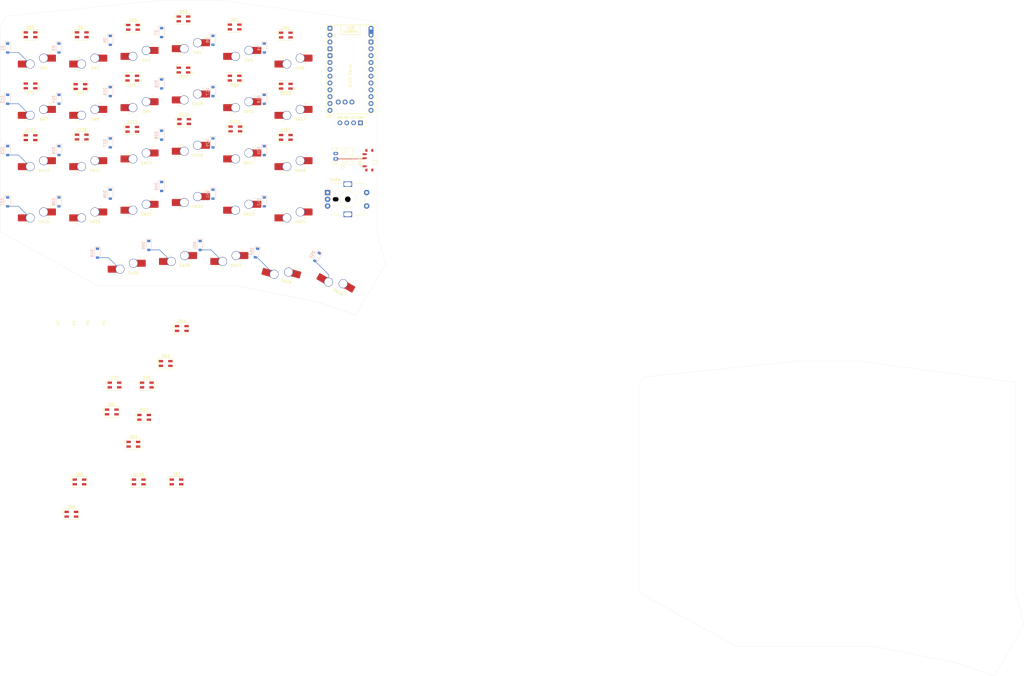
<source format=kicad_pcb>
(kicad_pcb (version 20241229) (generator "pcbnew") (generator_version "9.0")
  (layers (0 "F.Cu" signal) (2 "B.Cu" signal) (13 "F.Paste" user) (15 "B.Paste" user) (5 "F.SilkS" user "F.Silkscreen") (7 "B.SilkS" user "B.Silkscreen") (1 "F.Mask" user) (3 "B.Mask" user) (25 "Edge.Cuts" user))
  (net 0 "")
  (net 1 "Net-(D1-A)")
  (net 2 "Net-(D3-A)")
  (net 3 "Net-(D5-A)")
  (net 4 "Net-(D7-A)")
  (net 5 "Net-(D8-A)")
  (net 6 "Net-(D9-A)")
  (net 7 "Net-(D13-A)")
  (net 8 "Net-(D14-A)")
  (net 9 "Net-(D15-A)")
  (net 10 "Net-(D16-A)")
  (net 11 "Net-(D17-A)")
  (net 12 "Net-(D18-A)")
  (net 13 "Net-(D25-A)")
  (net 14 "Net-(D26-A)")
  (net 15 "Net-(D27-A)")
  (net 16 "Net-(D28-A)")
  (net 17 "Net-(D29-A)")
  (net 18 "Net-(D30-A)")
  (net 19 "Net-(D37-A)")
  (net 20 "Net-(D38-A)")
  (net 21 "Net-(D39-A)")
  (net 22 "Net-(D40-A)")
  (net 23 "Net-(D41-A)")
  (net 24 "Net-(D42-A)")
  (net 25 "Net-(D49-A)")
  (net 26 "Net-(D50-A)")
  (net 27 "Net-(D51-A)")
  (net 28 "Net-(D52-A)")
  (net 29 "Net-(D53-A)")
  (net 30 "COL1")
  (net 31 "COL2")
  (net 32 "COL6")
  (net 33 "COL3")
  (net 34 "COL4")
  (net 35 "COL5")
  (net 36 "ROW1")
  (net 37 "ROW2")
  (net 38 "ROW3")
  (net 39 "ROW4")
  (net 40 "ROW5")
  (net 41 "LED_DAT")
  (net 42 "Net-(D100-VDD)")
  (net 43 "Net-(D54-DOUT)")
  (net 44 "GND")
  (net 45 "Net-(D61-DOUT)")
  (net 46 "Net-(D63-DOUT)")
  (net 47 "Net-(D65-DOUT)")
  (net 48 "Net-(D67-DOUT)")
  (net 49 "Net-(D69-DOUT)")
  (net 50 "Net-(D71-DOUT)")
  (net 51 "Net-(D73-DOUT)")
  (net 52 "Net-(D75-DOUT)")
  (net 53 "Net-(D77-DOUT)")
  (net 54 "Net-(D79-DIN)")
  (net 56 "Net-(D81-DIN)")
  (net 57 "Net-(D83-DIN)")
  (net 58 "Net-(D85-DIN)")
  (net 59 "Net-(D87-DIN)")
  (net 60 "Net-(D89-DIN)")
  (net 61 "Net-(D91-DIN)")
  (net 62 "Net-(D93-DIN)")
  (net 63 "Net-(D95-DIN)")
  (net 64 "Net-(D100-DOUT)")
  (net 65 "Net-(D103-DIN)")
  (net 66 "Net-(D100-DIN)")
  (net 67 "Net-(D103-DOUT)")
  (net 68 "Net-(D104-DIN)")
  (net 69 "Net-(D107-DOUT)")
  (net 70 "Net-(D108-DIN)")
  (net 71 "Net-(D111-DOUT)")
  (net 72 "Net-(D112-DIN)")
  (net 73 "+3.3V")
  (net 74 "SCL")
  (net 75 "SDA")
  (net 76 "Net-(J3-Pin_1)")
  (net 77 "R_E_S")
  (net 78 "R_E_2")
  (net 79 "R_E_1")
  (net 81 "VBAT")
  (net 87 "LED_PWR")
  (footprint "marbastlib-choc:SW_choc_v1_HS_CPG135001S30_1u" (layer "F.Cu") (at 76.2 98.1075)
    (property "Reference" "SW21")
    (property "Value" "SW_Push")
  )
  (footprint "LED_SMD:LED_SK6812MINI_PLCC4_3.5x3.5mm_P1.75mm" (layer "F.Cu") (at 114 36)
    (property "Reference" "D61")
    (property "Value" "SK6812MINI")
  )
  (footprint "LED_SMD:LED_SK6812MINI_PLCC4_3.5x3.5mm_P1.75mm" (layer "F.Cu") (at 133 58 180)
    (property "Reference" "D103")
    (property "Value" "SK6812MINI")
  )
  (footprint "marbastlib-xp-promicroish:SuperMini_nRF52840_AH_USBup" (layer "F.Cu") (at 157 53)
    (property "Reference" "U3")
    (property "Value" "SuperMini nRF52840")
  )
  (footprint "marbastlib-choc:SW_choc_v1_HS_CPG135001S30_1u" (layer "F.Cu") (at 38.1 62.865)
    (property "Reference" "SW7")
    (property "Value" "SW_Push")
  )
  (footprint "LED_SMD:LED_SK6812MINI_PLCC4_3.5x3.5mm_P1.75mm" (layer "F.Cu") (at 114.25 73.875)
    (property "Reference" "D111")
    (property "Value" "SK6812MINI")
  )
  (footprint "marbastlib-choc:SW_choc_v1_HS_CPG135001S30_1u" (layer "F.Cu") (at 57.15 81.915)
    (property "Reference" "SW14")
    (property "Value" "SW_Push")
  )
  (footprint "marbastlib-choc:SW_choc_v1_HS_CPG135001S30_1u" (layer "F.Cu") (at 95.25 95.25)
    (property "Reference" "SW22")
    (property "Value" "SW_Push")
  )
  (footprint "LED_SMD:LED_SK6812MINI_PLCC4_3.5x3.5mm_P1.75mm" (layer "F.Cu") (at 133 39)
    (property "Reference" "D54")
    (property "Value" "SK6812MINI")
  )
  (footprint "Connector_JST:JST_PH_S2B-PH-K_1x02_P2.00mm_Horizontal" (layer "F.Cu") (at 151.55 85 90)
    (property "Reference" "J3")
    (property "Value" "JST_PH")
  )
  (footprint "marbastlib-choc:SW_choc_v1_HS_CPG135001S30_1u" (layer "F.Cu") (at 95.25 38.1)
    (property "Reference" "SW4")
    (property "Value" "SW_Push")
  )
  (footprint "marbastlib-choc:SW_choc_v1_HS_CPG135001S30_1u" (layer "F.Cu") (at 57.15 62.865)
    (property "Reference" "SW8")
    (property "Value" "SW_Push")
  )
  (footprint "marbastlib-choc:SW_choc_v1_HS_CPG135001S30_1u" (layer "F.Cu") (at 114.3 40.9575)
    (property "Reference" "SW5")
    (property "Value" "SW_Push")
  )
  (footprint "LED_SMD:LED_SK6812MINI_PLCC4_3.5x3.5mm_P1.75mm" (layer "F.Cu") (at 81.4 169)
    (property "Reference" "D95")
    (property "Value" "SK6812MINI")
  )
  (footprint "marbastlib-choc:SW_choc_v1_HS_CPG135001S30_1u" (layer "F.Cu") (at 71.4375 120.015)
    (property "Reference" "SW25")
    (property "Value" "SW_Push")
  )
  (footprint "marbastlib-choc:SW_choc_v1_HS_CPG135001S30_1u" (layer "F.Cu") (at 133.35 100.965)
    (property "Reference" "SW24")
    (property "Value" "SW_Push")
  )
  (footprint "Button_Switch_SMD:SW_SPDT_PCM12" (layer "F.Cu") (at 163.67 85.5 90)
    (property "Reference" "SW61")
    (property "Value" "SW_SPDT")
  )
  (footprint "LED_SMD:LED_SK6812MINI_PLCC4_3.5x3.5mm_P1.75mm" (layer "F.Cu") (at 80.4 181)
    (property "Reference" "D97")
    (property "Value" "SK6812MINI")
  )
  (footprint "marbastlib-choc:SW_choc_v1_HS_CPG135001S30_1u" (layer "F.Cu") (at 114.3 79.0575)
    (property "Reference" "SW17")
    (property "Value" "SW_Push")
  )
  (footprint "marbastlib-choc:SW_choc_v1_HS_CPG135001S30_1u" (layer "F.Cu") (at 130.178215 122.118717 -15)
    (property "Reference" "SW28")
    (property "Value" "SW_Push")
  )
  (footprint "marbastlib-choc:SW_choc_v1_HS_CPG135001S30_1u" (layer "F.Cu") (at 38.1 81.915)
    (property "Reference" "SW13")
    (property "Value" "SW_Push")
  )
  (footprint "LED_SMD:LED_SK6812MINI_PLCC4_3.5x3.5mm_P1.75mm" (layer "F.Cu") (at 53.4 217)
    (property "Reference" "D89")
    (property "Value" "SK6812MINI")
  )
  (footprint "LED_SMD:LED_SK6812MINI_PLCC4_3.5x3.5mm_P1.75mm" (layer "F.Cu") (at 94.4 148)
    (property "Reference" "D91")
    (property "Value" "SK6812MINI")
  )
  (footprint "MountingHole:MountingHole_2.1mm" (layer "F.Cu") (at 62.4 146 -90)
    (property "Reference" "H1")
    (property "Value" "MountingHole")
  )
  (footprint "marbastlib-choc:SW_choc_v1_HS_CPG135001S30_1u" (layer "F.Cu") (at 95.25 57.15)
    (property "Reference" "SW10")
    (property "Value" "SW_Push")
  )
  (footprint "OLED-SSD1306:SSD1306-0.91-OLED-4pin-128x32" (layer "F.Cu") (at 162.885 35.115 -90)
    (property "Reference" "J1")
    (property "Value" "Conn_01x04_Pin")
  )
  (footprint "LED_SMD:LED_SK6812MINI_PLCC4_3.5x3.5mm_P1.75mm" (layer "F.Cu") (at 38.25 38.875)
    (property "Reference" "D69")
    (property "Value" "SK6812MINI")
  )
  (footprint "LED_SMD:LED_SK6812MINI_PLCC4_3.5x3.5mm_P1.75mm" (layer "F.Cu") (at 95 33)
    (property "Reference" "D63")
    (property "Value" "SK6812MINI")
  )
  (footprint "MountingHole:MountingHole_2.1mm" (layer "F.Cu") (at 56.4 146 -90)
    (property "Reference" "H3")
    (property "Value" "MountingHole")
  )
  (footprint "LED_SMD:LED_SK6812MINI_PLCC4_3.5x3.5mm_P1.75mm" (layer "F.Cu") (at 56.75 58.125 180)
    (property "Reference" "D73")
    (property "Value" "SK6812MINI")
  )
  (footprint "LED_SMD:LED_SK6812MINI_PLCC4_3.5x3.5mm_P1.75mm" (layer "F.Cu") (at 95.25 71.125)
    (property "Reference" "D115")
    (property "Value" "SK6812MINI")
  )
  (footprint "Rotary_Encoder:RotaryEncoder_Alps_EC11E-Switch_Vertical_H20mm_MountingHoles" (layer "F.Cu") (at 148.5 97.5)
    (property "Reference" "SW59")
    (property "Value" "RotaryEncoder_Switch")
  )
  (footprint "marbastlib-choc:SW_choc_v1_HS_CPG135001S30_1u" (layer "F.Cu") (at 90.4875 117.1575)
    (property "Reference" "SW26")
    (property "Value" "SW_Push")
  )
  (footprint "marbastlib-choc:SW_choc_v1_HS_CPG135001S30_1u" (layer "F.Cu") (at 114.3 60.0075)
    (property "Reference" "SW11")
    (property "Value" "SW_Push")
  )
  (footprint "marbastlib-choc:SW_choc_v1_HS_CPG135001S30_1u" (layer "F.Cu") (at 109.5375 117.1575)
    (property "Reference" "SW27")
    (property "Value" "SW_Push")
  )
  (footprint "LED_SMD:LED_SK6812MINI_PLCC4_3.5x3.5mm_P1.75mm" (layer "F.Cu") (at 76.4 191)
    (property "Reference" "D83")
    (property "Value" "SK6812MINI")
  )
  (footprint "LED_SMD:LED_SK6812MINI_PLCC4_3.5x3.5mm_P1.75mm" (layer "F.Cu") (at 76 55 180)
    (property "Reference" "D75")
    (property "Value" "SK6812MINI")
  )
  (footprint "marbastlib-choc:SW_choc_v1_HS_CPG135001S30_1u" (layer "F.Cu") (at 133.35 62.865)
    (property "Reference" "SW12")
    (property "Value" "SW_Push")
  )
  (footprint "marbastlib-choc:SW_choc_v1_HS_CPG135001S30_1u" (layer "F.Cu") (at 114.3 98.1075)
    (property "Reference" "SW23")
    (property "Value" "SW_Push")
  )
  (footprint "LED_SMD:LED_SK6812MINI_PLCC4_3.5x3.5mm_P1.75mm" (layer "F.Cu") (at 76 74)
    (property "Reference" "D112")
    (property "Value" "SK6812MINI")
  )
  (footprint "LED_SMD:LED_SK6812MINI_PLCC4_3.5x3.5mm_P1.75mm" (layer "F.Cu") (at 57.25 38.875)
    (property "Reference" "D67")
    (property "Value" "SK6812MINI")
  )
  (footprint "marbastlib-choc:SW_choc_v1_HS_CPG135001S30_1u" (layer "F.Cu") (at 76.2 79.0575)
    (property "Reference" "SW15")
    (property "Value" "SW_Push")
  )
  (footprint "LED_SMD:LED_SK6812MINI_PLCC4_3.5x3.5mm_P1.75mm" (layer "F.Cu") (at 76.25 36.125)
    (property "Reference" "D65")
    (property "Value" "SK6812MINI")
  )
  (footprint "LED_SMD:LED_SK6812MINI_PLCC4_3.5x3.5mm_P1.75mm" (layer "F.Cu") (at 68.4 179)
    (property "Reference" "D81")
    (property "Value" "SK6812MINI")
  )
  (footprint "marbastlib-choc:SW_choc_v1_HS_CPG135001S30_1u" (layer "F.Cu") (at 95.25 76.2)
    (property "Reference" "SW16")
    (property "Value" "SW_Push")
  )
  (footprint "LED_SMD:LED_SK6812MINI_PLCC4_3.5x3.5mm_P1.75mm" (layer "F.Cu") (at 57.25 76.875)
    (property "Reference" "D108")
    (property "Value" "SK6812MINI")
  )
  (footprint "marbastlib-choc:SW_choc_v1_HS_CPG135001S30_1u" (layer "F.Cu") (at 151.822968 125.618258 -30)
    (property "Reference" "SW29")
    (property "Value" "SW_Push")
  )
  (footprint "LED_SMD:LED_SK6812MINI_PLCC4_3.5x3.5mm_P1.75mm" (layer "F.Cu") (at 78.4 205)
    (property "Reference" "D100")
    (property "Value" "SK6812MINI")
  )
  (footprint "LED_SMD:LED_SK6812MINI_PLCC4_3.5x3.5mm_P1.75mm" (layer "F.Cu") (at 38.25 77.125)
    (property "Reference" "D104")
    (property "Value" "SK6812MINI")
  )
  (footprint "marbastlib-choc:SW_choc_v1_HS_CPG135001S30_1u" (layer "F.Cu") (at 133.35 43.815)
    (property "Reference" "SW6")
    (property "Value" "SW_Push")
  )
  (footprint "LED_SMD:LED_SK6812MINI_PLCC4_3.5x3.5mm_P1.75mm" (layer "F.Cu") (at 88.4 161)
    (property "Reference" "D93")
    (property "Value" "SK6812MINI")
  )
  (footprint "marbastlib-choc:SW_choc_v1_HS_CPG135001S30_1u" (layer "F.Cu") (at 76.2 40.9575)
    (property "Reference" "SW3")
    (property "Value" "SW_Push")
  )
  (footprint "marbastlib-choc:SW_choc_v1_HS_CPG135001S30_1u" (layer "F.Cu") (at 38.1 100.965)
    (property "Reference" "SW19")
    (property "Value" "SW_Push")
  )
  (footprint "marbastlib-choc:SW_choc_v1_HS_CPG135001S30_1u" (layer "F.Cu") (at 57.15 100.965)
    (property "Reference" "SW20")
    (property "Value" "SW_Push")
  )
  (footprint "marbastlib-choc:SW_choc_v1_HS_CPG135001S30_1u" (layer "F.Cu") (at 76.2 60.0075)
    (property "Reference" "SW9")
    (property "Value" "SW_Push")
  )
  (footprint "MountingHole:MountingHole_2.1mm" (layer "F.Cu") (at 45.4 146 -90)
    (property "Reference" "H7")
    (property "Value" "MountingHole")
  )
  (footprint "marbastlib-choc:SW_choc_v1_HS_CPG135001S30_1u" (layer "F.Cu") (at 133.35 81.915)
    (property "Reference" "SW18")
    (property "Value" "SW_Push")
  )
  (footprint "LED_SMD:LED_SK6812MINI_PLCC4_3.5x3.5mm_P1.75mm" (layer "F.Cu") (at 114 55 180)
    (property "Reference" "D99")
    (property "Value" "SK6812MINI")
  )
  (footprint "LED_SMD:LED_SK6812MINI_PLCC4_3.5x3.5mm_P1.75mm" (layer "F.Cu") (at 95 52 180)
    (property "Reference" "D77")
    (property "Value" "SK6812MINI")
  )
  (footprint "LED_SMD:LED_SK6812MINI_PLCC4_3.5x3.5mm_P1.75mm" (layer "F.Cu") (at 56.4 205)
    (property "Reference" "D85")
    (property "Value" "SK6812MINI")
  )
  (footprint "LED_SMD:LED_SK6812MINI_PLCC4_3.5x3.5mm_P1.75mm" (layer "F.Cu") (at 38.25 57.875 180)
    (property "Reference" "D71")
    (property "Value" "SK6812MINI")
  )
  (footprint "LED_SMD:LED_SK6812MINI_PLCC4_3.5x3.5mm_P1.75mm" (layer "F.Cu") (at 69.4 169)
    (property "Reference" "D79")
    (property "Value" "SK6812MINI")
  )
  (footprint "LED_SMD:LED_SK6812MINI_PLCC4_3.5x3.5mm_P1.75mm" (layer "F.Cu") (at 92.4 205)
    (property "Reference" "D87")
    (property "Value" "SK6812MINI")
  )
  (footprint "marbastlib-choc:SW_choc_v1_HS_CPG135001S30_1u" (layer "F.Cu") (at 57.15 43.815)
    (property "Reference" "SW2")
    (property "Value" "SW_Push")
  )
  (footprint "marbastlib-choc:SW_choc_v1_HS_CPG135001S30_1u" (layer "F.Cu") (at 38.1 43.815)
    (property "Reference" "SW1")
    (property "Value" "SW_Push")
  )
  (footprint "MountingHole:MountingHole_2.1mm" (layer "F.Cu") (at 51.4 146 -90)
    (property "Reference" "H5")
    (property "Value" "MountingHole")
  )
  (footprint "LED_SMD:LED_SK6812MINI_PLCC4_3.5x3.5mm_P1.75mm" (layer "F.Cu") (at 133 77)
    (property "Reference" "D107")
    (property "Value" "SK6812MINI")
  )
  (footprint "Diode_SMD:D_SOD-123" (layer "B.Cu") (at 67.85 79.0575 -90)
    (property "Reference" "D27")
    (property "Value" "D")
  )
  (footprint "Diode_SMD:D_SOD-123" (layer "B.Cu") (at 86.9 38.1 -90)
    (property "Reference" "D7")
    (property "Value" "D")
  )
  (footprint "Diode_SMD:D_SOD-123" (layer "B.Cu") (at 82.1375 117.1575 -90)
    (property "Reference" "D50")
    (property "Value" "D")
  )
  (footprint "Diode_SMD:D_SOD-123" (layer "B.Cu") (at 29.75 81.915 -90)
    (property "Reference" "D25")
    (property "Value" "D")
  )
  (footprint "Diode_SMD:D_SOD-123" (layer "B.Cu") (at 63.0875 120.015 -90)
    (property "Reference" "D49")
    (property "Value" "D")
  )
  (footprint "Diode_SMD:D_SOD-123" (layer "B.Cu") (at 86.9 76.2 -90)
    (property "Reference" "D28")
    (property "Value" "D")
  )
  (footprint "Diode_SMD:D_SOD-123" (layer "B.Cu") (at 101.1875 117.1575 -90)
    (property "Reference" "D51")
    (property "Value" "D")
  )
  (footprint "Diode_SMD:D_SOD-123" (layer "B.Cu") (at 105.95 40.9575 -90)
    (property "Reference" "D8")
    (property "Value" "D")
  )
  (footprint "Diode_SMD:D_SOD-123" (layer "B.Cu") (at 86.9 57.15 -90)
    (property "Reference" "D16")
    (property "Value" "D")
  )
  (footprint "Diode_SMD:D_SOD-123" (layer "B.Cu") (at 105.95 60.0075 -90)
    (property "Reference" "D17")
    (property "Value" "D")
  )
  (footprint "Diode_SMD:D_SOD-123" (layer "B.Cu") (at 48.8 100.965 -90)
    (property "Reference" "D38")
    (property "Value" "D")
  )
  (footprint "Diode_SMD:D_SOD-123" (layer "B.Cu") (at 29.75 62.865 -90)
    (property "Reference" "D13")
    (property "Value" "D")
  )
  (footprint "Diode_SMD:D_SOD-123" (layer "B.Cu") (at 105.95 79.0575 -90)
    (property "Reference" "D29")
    (property "Value" "D")
  )
  (footprint "Diode_SMD:D_SOD-123" (layer "B.Cu") (at 86.9 95.25 -90)
    (property "Reference" "D40")
    (property "Value" "D")
  )
  (footprint "Diode_SMD:D_SOD-123" (layer "B.Cu") (at 48.8 81.915 -90)
    (property "Reference" "D26")
    (property "Value" "D")
  )
  (footprint "Diode_SMD:D_SOD-123" (layer "B.Cu") (at 29.75 43.815 -90)
    (property "Reference" "D1")
    (property "Value" "D")
  )
  (footprint "Diode_SMD:D_SOD-123" (layer "B.Cu") (at 29.75 100.965 -90)
    (property "Reference" "D37")
    (property "Value" "D")
  )
  (footprint "Diode_SMD:D_SOD-123" (layer "B.Cu") (at 105.95 98.1075 -90)
    (property "Reference" "D41")
    (property "Value" "D")
  )
  (footprint "Diode_SMD:D_SOD-123" (layer "B.Cu") (at 125 43.815 -90)
    (property "Reference" "D9")
    (property "Value" "D")
  )
  (footprint "Diode_SMD:D_SOD-123" (layer "B.Cu") (at 48.8 43.815 -90)
    (property "Reference" "D3")
    (property "Value" "D")
  )
  (footprint "Diode_SMD:D_SOD-123" (layer "B.Cu") (at 67.85 98.1075 -90)
    (property "Reference" "D39")
    (property "Value" "D")
  )
  (footprint "Diode_SMD:D_SOD-123" (layer "B.Cu") (at 125 62.865 -90)
    (property "Reference" "D18")
    (property "Value" "D")
  )
  (footprint "Diode_SMD:D_SOD-123" (layer "B.Cu") (at 48.8 62.865 -90)
    (property "Reference" "D14")
    (property "Value" "D")
  )
  (footprint "Diode_SMD:D_SOD-123" (layer "B.Cu") (at 122.112735 119.957578 -105)
    (property "Reference" "D52")
    (property "Value" "D")
  )
  (footprint "Diode_SMD:D_SOD-123" (layer "B.Cu") (at 125 100.965 -90)
    (property "Reference" "D42")
    (property "Value" "D")
  )
  (footprint "Diode_SMD:D_SOD-123" (layer "B.Cu") (at 67.85 40.9575 -90)
    (property "Reference" "D5")
    (property "Value" "D")
  )
  (footprint "Diode_SMD:D_SOD-123" (layer "B.Cu") (at 144.591656 121.443259 -120)
    (property "Reference" "D53")
    (property "Value" "D")
  )
  (footprint "Diode_SMD:D_SOD-123" (layer "B.Cu") (at 125 81.915 -90)
    (property "Reference" "D30")
    (property "Value" "D")
  )
  (footprint "Diode_SMD:D_SOD-123" (layer "B.Cu") (at 67.85 60.0075 -90)
    (property "Reference" "D15")
    (property "Value" "D")
  )
  (gr_poly (pts (xy 266 166) (xy 324 160) (xy 345 160) (xy 404 168) (xy 404 247) (xy 407 258) (xy 396 277) (xy 381 272) (xy 351 266) (xy 300 266) (xy 264 246) (xy 264 170)) (stroke (width 0.05)) (fill no) (layer "Edge.Cuts"))
  (gr_poly (pts (xy 29 32) (xy 87 26) (xy 108 26) (xy 167 34) (xy 167 113) (xy 170 124) (xy 159 143) (xy 144 138) (xy 114 132) (xy 63 132) (xy 27 112) (xy 27 36)) (stroke (width 0.05)) (fill no) (layer "Edge.Cuts"))
  (segment (start 33.8 45.465) (end 38.1 49.765) (width 0.2) (layer "B.Cu") (net 1))
  (segment (start 29.75 45.465) (end 33.8 45.465) (width 0.2) (layer "B.Cu") (net 1))
  (segment (start 29.75 64.515) (end 33.8 64.515) (width 0.2) (layer "B.Cu") (net 7))
  (segment (start 33.8 64.515) (end 38.1 68.815) (width 0.2) (layer "B.Cu") (net 7))
  (segment (start 33.8 83.565) (end 38.1 87.865) (width 0.2) (layer "B.Cu") (net 13))
  (segment (start 29.75 83.565) (end 33.8 83.565) (width 0.2) (layer "B.Cu") (net 13))
  (segment (start 33.8 102.615) (end 38.1 106.915) (width 0.2) (layer "B.Cu") (net 19))
  (segment (start 29.75 102.615) (end 33.8 102.615) (width 0.2) (layer "B.Cu") (net 19))
  (segment (start 63.0875 121.665) (end 67.1375 121.665) (width 0.2) (layer "B.Cu") (net 25))
  (segment (start 67.1375 121.665) (end 71.4375 125.965) (width 0.2) (layer "B.Cu") (net 25))
  (segment (start 86.1875 118.8075) (end 90.4875 123.1075) (width 0.2) (layer "B.Cu") (net 26))
  (segment (start 82.1375 118.8075) (end 86.1875 118.8075) (width 0.2) (layer "B.Cu") (net 26))
  (segment (start 105.2375 118.8075) (end 109.5375 123.1075) (width 0.2) (layer "B.Cu") (net 27))
  (segment (start 101.1875 118.8075) (end 105.2375 118.8075) (width 0.2) (layer "B.Cu") (net 27))
  (segment (start 121.685685 121.551356) (end 122.323622 121.551356) (width 0.2) (layer "B.Cu") (net 28))
  (segment (start 122.323622 121.551356) (end 128.638242 127.865976) (width 0.2) (layer "B.Cu") (net 28))
  (segment (start 143.766656 122.872201) (end 148.847968 127.953513) (width 0.2) (layer "B.Cu") (net 29))
  (segment (start 148.847968 127.953513) (end 148.847968 130.771109) (width 0.2) (layer "B.Cu") (net 29))
  (segment (start 151.55 85) (end 161.99 85) (width 0.2) (layer "F.Cu") (net 76))
  (segment (start 161.99 85) (end 162.24 84.75) (width 0.2) (layer "F.Cu") (net 76))
)
</source>
